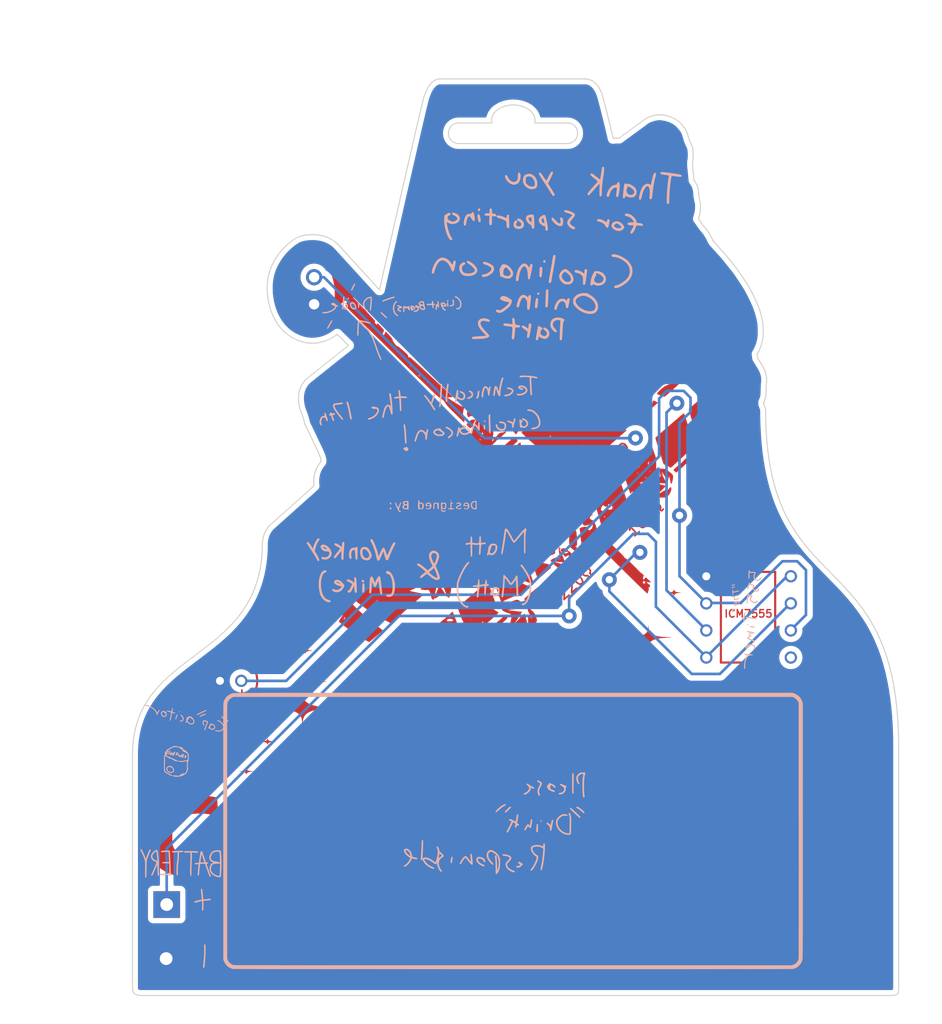
<source format=kicad_pcb>
(kicad_pcb (version 20211014) (generator pcbnew)
  (layers (0 "F.Cu" signal) (31 "B.Cu" signal) (34 "B.Paste" user) (35 "F.Paste" user) (36 "B.SilkS" user "B.Silkscreen") (37 "F.SilkS" user "F.Silkscreen") (38 "B.Mask" user) (39 "F.Mask" user) (44 "Edge.Cuts" user))
  (net 0 "")
  (net 1 "GND")
  (footprint "SamacSys_Parts:CAPPRD200W55D500H1250" (layer "F.Cu") (at 79.87 115.98)
    (fp_text reference "120uF")
    (fp_text value "CAPPRD200W55D500H1250" hide)
  )
  (footprint "Resistor_THT:R_Axial_DIN0204_L3.6mm_D1.6mm_P5.08mm_Horizontal" (layer "F.Cu") (at 118.878494 93.205361 40)
    (fp_text reference "220Ω")
    (fp_text value "R_Axial_DIN0204_L3.6mm_D1.6mm_P5.08mm_Horizontal")
  )
  (footprint "Resistor_THT:R_Axial_DIN0204_L3.6mm_D1.6mm_P5.08mm_Horizontal" (layer "F.Cu") (at 112.654824 109.889183 42)
    (fp_text reference "220Ω")
    (fp_text value "R_Axial_DIN0204_L3.6mm_D1.6mm_P5.08mm_Horizontal")
  )
  (footprint "satelite logo:satelite-badge" (layer "F.Cu") (at 106.68 106.68)
    (fp_text reference "Ref**" hide)
    (fp_text value "Val**" hide)
    (fp_line (start -0.0726 -44.60241) (end -0.4165 -44.46929) (layer "Edge.Cuts") (width 0.1))
    (fp_line (start -22.9001 -2.1458) (end -22.8572 -2.6309) (layer "Edge.Cuts") (width 0.1))
    (fp_line (start -17.8688 -32.5478) (end -17.6208 -32.5248) (layer "Edge.Cuts") (width 0.1))
    (fp_line (start 7.9606 -47.06741) (end 8.0954 -47.00503) (layer "Edge.Cuts") (width 0.1))
    (fp_line (start -34.2181 12.2446) (end -34.0613 11.9198) (layer "Edge.Cuts") (width 0.1))
    (fp_line (start -31.1594 8.4804) (end -30.6152 8.0356) (layer "Edge.Cuts") (width 0.1))
    (fp_line (start -35.0094 15.748) (end -34.9833 15.3005) (layer "Edge.Cuts") (width 0.1))
    (fp_line (start 30.6902 -0.6733) (end 31.2765 -0.075) (layer "Edge.Cuts") (width 0.1))
    (fp_line (start -34.8916 38.5727) (end -34.9435 38.5034) (layer "Edge.Cuts") (width 0.1))
    (fp_line (start -23.7792 1.1651) (end -23.6224 0.8014) (layer "Edge.Cuts") (width 0.1))
    (fp_line (start 24.0081 -20.4312) (end 24.1622 -20.1736) (layer "Edge.Cuts") (width 0.1))
    (fp_line (start 24.1824 -23.0548) (end 24.1396 -22.695) (layer "Edge.Cuts") (width 0.1))
    (fp_line (start 24.1574 -24.2569) (end 24.1894 -23.8222) (layer "Edge.Cuts") (width 0.1))
    (fp_line (start -19.2978 -32.3915) (end -18.9667 -32.4744) (layer "Edge.Cuts") (width 0.1))
    (fp_line (start 24.2962 -16.956) (end 24.2566 -16.8541) (layer "Edge.Cuts") (width 0.1))
    (fp_line (start 2.4312 -44.07907) (end 2.3119 -44.1925) (layer "Edge.Cuts") (width 0.1))
    (fp_line (start -18.6792 -22.4112) (end -19.0782 -22.4975) (layer "Edge.Cuts") (width 0.1))
    (fp_line (start 25.7627 -7.5006) (end 25.9585 -7.0191) (layer "Edge.Cuts") (width 0.1))
    (fp_line (start 8.2362 -46.92035) (end 8.3801 -46.81008) (layer "Edge.Cuts") (width 0.1))
    (fp_line (start 10.107 -41.58019) (end 10.2724 -41.60159) (layer "Edge.Cuts") (width 0.1))
    (fp_line (start 35.9565 7.595) (end 36.1159 8.1845) (layer "Edge.Cuts") (width 0.1))
    (fp_line (start -22.3597 -27.9142) (end -22.3209 -28.3154) (layer "Edge.Cuts") (width 0.1))
    (fp_line (start -18.1103 -32.5557) (end -17.8688 -32.5478) (layer "Edge.Cuts") (width 0.1))
    (fp_line (start -23.3462 0.0338) (end -23.228 -0.3712) (layer "Edge.Cuts") (width 0.1))
    (fp_line (start 19.5564 -31.8843) (end 20.1396 -31.236) (layer "Edge.Cuts") (width 0.1))
    (fp_line (start 18.2762 -35.6042) (end 18.3038 -35.4645) (layer "Edge.Cuts") (width 0.1))
    (fp_line (start 20.1396 -31.236) (end 20.6375 -30.6978) (layer "Edge.Cuts") (width 0.1))
    (fp_line (start 22.9032 -27.564) (end 23.1716 -27.0642) (layer "Edge.Cuts") (width 0.1))
    (fp_line (start -18.5714 -19.1139) (end -16.1784 -21.0218) (layer "Edge.Cuts") (width 0.1))
    (fp_line (start -26.6811 4.9458) (end -26.1548 4.4541) (layer "Edge.Cuts") (width 0.1))
    (fp_line (start 2.7661 -43.15491) (end 2.7741 -43.28202) (layer "Edge.Cuts") (width 0.1))
    (fp_line (start -21.0403 -23.7184) (end -21.3311 -24.0799) (layer "Edge.Cuts") (width 0.1))
    (fp_line (start 17.8506 -37.4269) (end 17.9698 -37.2029) (layer "Edge.Cuts") (width 0.1))
    (fp_line (start -9.8685 -36.0077) (end -8.4596 -42.13937) (layer "Edge.Cuts") (width 0.1))
    (fp_line (start -19.42 -16.865) (end -19.4345 -17.0814) (layer "Edge.Cuts") (width 0.1))
    (fp_line (start 23.9092 -21.905) (end 23.7702 -21.6057) (layer "Edge.Cuts") (width 0.1))
    (fp_line (start 36.2626 8.8008) (end 36.3961 9.4452) (layer "Edge.Cuts") (width 0.1))
    (fp_line (start 6.0105 -41.11546) (end 6.1902 -41.171) (layer "Edge.Cuts") (width 0.1))
    (fp_line (start -19.9958 -32.0191) (end -19.6206 -32.2524) (layer "Edge.Cuts") (width 0.1))
    (fp_line (start 18.2873 -34.7699) (end 18.2464 -34.5599) (layer "Edge.Cuts") (width 0.1))
    (fp_line (start -18.2982 -22.3723) (end -18.6792 -22.4112) (layer "Edge.Cuts") (width 0.1))
    (fp_line (start -17.9279 -10.0966) (end -17.8775 -10.2825) (layer "Edge.Cuts") (width 0.1))
    (fp_line (start -22.3545 -27.0627) (end -22.3714 -27.495) (layer "Edge.Cuts") (width 0.1))
    (fp_line (start 18.3038 -35.4645) (end 18.3072 -35.204) (layer "Edge.Cuts") (width 0.1))
    (fp_line (start -22.2301 -26.1785) (end -22.3078 -26.6223) (layer "Edge.Cuts") (width 0.1))
    (fp_line (start 7.6203 -47.15373) (end 7.8346 -47.1108) (layer "Edge.Cuts") (width 0.1))
    (fp_line (start -5.3404 -42.26593) (end -5.3598 -42.07279) (layer "Edge.Cuts") (width 0.1))
    (fp_line (start -20.819 -31.2988) (end -20.4023 -31.6989) (layer "Edge.Cuts") (width 0.1))
    (fp_line (start -1.267 -43.56999) (end -1.2976 -43.42809) (layer "Edge.Cuts") (width 0.1))
    (fp_line (start -4.939 -42.86597) (end -5.0804 -42.74941) (layer "Edge.Cuts") (width 0.1))
    (fp_line (start -21.5832 -24.4673) (end -21.7978 -24.8758) (layer "Edge.Cuts") (width 0.1))
    (fp_line (start 34.0442 3.302) (end 34.2922 3.7031) (layer "Edge.Cuts") (width 0.1))
    (fp_line (start -19.4172 -17.5391) (end -19.3797 -17.7749) (layer "Edge.Cuts") (width 0.1))
    (fp_line (start -7.0418 -46.68635) (end -6.8546 -46.87497) (layer "Edge.Cuts") (width 0.1))
    (fp_line (start -19.0436 -15.5356) (end -19.1874 -15.914) (layer "Edge.Cuts") (width 0.1))
    (fp_line (start 36.2966 38.8068) (end 35.9945 38.8087) (layer "Edge.Cuts") (width 0.1))
    (fp_line (start 6.7734 -42.07279) (end 6.754 -42.26593) (layer "Edge.Cuts") (width 0.1))
    (fp_line (start 17.5653 -39.3623) (end 17.5582 -39.2746) (layer "Edge.Cuts") (width 0.1))
    (fp_line (start -17.6059 -12.2084) (end -18.3668 -13.8095) (layer "Edge.Cuts") (width 0.1))
    (fp_line (start 24.4285 -15.286) (end 24.4554 -14.4698) (layer "Edge.Cuts") (width 0.1))
    (fp_line (start 0.7165 -44.71863) (end 0.3228 -44.6895) (layer "Edge.Cuts") (width 0.1))
    (fp_line (start -21.5988 -30.2882) (end -21.4172 -30.5649) (layer "Edge.Cuts") (width 0.1))
    (fp_line (start 24.4996 -13.6879) (end 24.5604 -12.9393) (layer "Edge.Cuts") (width 0.1))
    (fp_line (start -19.3191 -18.0117) (end -19.2327 -18.2467) (layer "Edge.Cuts") (width 0.1))
    (fp_line (start 8.9307 -46.04728) (end 9.048 -45.75968) (layer "Edge.Cuts") (width 0.1))
    (fp_line (start -21.7672 -29.9968) (end -21.5988 -30.2882) (layer "Edge.Cuts") (width 0.1))
    (fp_line (start -34.7168 13.6634) (end -34.6125 13.2897) (layer "Edge.Cuts") (width 0.1))
    (fp_line (start -35.0092 38.3266) (end -35.0183 38.2172) (layer "Edge.Cuts") (width 0.1))
    (fp_line (start -34.3343 38.804) (end -34.4642 38.786) (layer "Edge.Cuts") (width 0.1))
    (fp_line (start 18.1096 -34.0511) (end 18.3679 -33.6889) (layer "Edge.Cuts") (width 0.1))
    (fp_line (start 35.9945 38.8087) (end -34.2077 38.8087) (layer "Edge.Cuts") (width 0.1))
    (fp_line (start -5.3404 -41.85898) (end -5.2849 -41.6793) (layer "Edge.Cuts") (width 0.1))
    (fp_line (start 36.9003 38.3276) (end 36.8653 38.532) (layer "Edge.Cuts") (width 0.1))
    (fp_line (start 19.1745 -32.5894) (end 19.3043 -32.3701) (layer "Edge.Cuts") (width 0.1))
    (fp_line (start -22.831 -3.1336) (end -22.8222 -3.6546) (layer "Edge.Cuts") (width 0.1))
    (fp_line (start -32.6668 9.9185) (end -32.1896 9.4174) (layer "Edge.Cuts") (width 0.1))
    (fp_line (start 17.597 -40.50178) (end 17.6234 -40.21) (layer "Edge.Cuts") (width 0.1))
    (fp_line (start -16.4947 -22.7649) (end -16.7286 -22.6576) (layer "Edge.Cuts") (width 0.1))
    (fp_line (start -19.1175 -18.4771) (end -18.9708 -18.7003) (layer "Edge.Cuts") (width 0.1))
    (fp_line (start -22.6362 -4.5138) (end -22.5018 -4.7971) (layer "Edge.Cuts") (width 0.1))
    (fp_line (start 24.5174 -19.0789) (end 24.5185 -18.8609) (layer "Edge.Cuts") (width 0.1))
    (fp_line (start -15.6749 -31.5823) (end -11.8314 -27.3802) (layer "Edge.Cuts") (width 0.1))
    (fp_line (start 24.2745 -19.9602) (end 24.3665 -19.761) (layer "Edge.Cuts") (width 0.1))
    (fp_line (start 24.4194 -16.1377) (end 24.4285 -15.286) (layer "Edge.Cuts") (width 0.1))
    (fp_line (start 2.7741 -43.28202) (end 2.7641 -43.42401) (layer "Edge.Cuts") (width 0.1))
    (fp_line (start 24.3574 -16.3574) (end 24.4194 -16.1377) (layer "Edge.Cuts") (width 0.1))
    (fp_line (start 21.8116 -29.2364) (end 22.2368 -28.6085) (layer "Edge.Cuts") (width 0.1))
    (fp_line (start -14.737 -22.1574) (end -15.8052 -23.2099) (layer "Edge.Cuts") (width 0.1))
    (fp_line (start -25.6509 3.9364) (end -25.1737 3.3882) (layer "Edge.Cuts") (width 0.1))
    (fp_line (start 25.0943 -9.6526) (end 25.2431 -9.0784) (layer "Edge.Cuts") (width 0.1))
    (fp_line (start 15.7483 -43.48915) (end 16.0027 -43.35124) (layer "Edge.Cuts") (width 0.1))
    (fp_line (start 18.7477 -33.1811) (end 18.9673 -32.9158) (layer "Edge.Cuts") (width 0.1))
    (fp_line (start 17.6234 -40.21) (end 17.623 -39.8196) (layer "Edge.Cuts") (width 0.1))
    (fp_line (start 18.134 -36.492) (end 18.1529 -36.2603) (layer "Edge.Cuts") (width 0.1))
    (fp_line (start -34.9435 38.5034) (end -34.9835 38.4217) (layer "Edge.Cuts") (width 0.1))
    (fp_line (start 10.6661 -41.60465) (end 13.2301 -43.48113) (layer "Edge.Cuts") (width 0.1))
    (fp_line (start -34.4642 38.786) (end -34.613 38.7468) (layer "Edge.Cuts") (width 0.1))
    (fp_line (start -34.613 38.7468) (end -34.7618 38.6784) (layer "Edge.Cuts") (width 0.1))
    (fp_line (start 24.8371 -10.8807) (end 24.9588 -10.253) (layer "Edge.Cuts") (width 0.1))
    (fp_line (start -7.391 -46.14204) (end -7.2212 -46.44342) (layer "Edge.Cuts") (width 0.1))
    (fp_line (start 23.7118 -25.8937) (end 23.8766 -25.4417) (layer "Edge.Cuts") (width 0.1))
    (fp_line (start 24.9588 -10.253) (end 25.0943 -9.6526) (layer "Edge.Cuts") (width 0.1))
    (fp_line (start 17.1418 -41.81049) (end 17.2262 -41.50793) (layer "Edge.Cuts") (width 0.1))
    (fp_line (start -22.1666 -29.0445) (end -22.0538 -29.3741) (layer "Edge.Cuts") (width 0.1))
    (fp_line (start 14.727 -43.77814) (end 14.9677 -43.74006) (layer "Edge.Cuts") (width 0.1))
    (fp_line (start -17.282 -22.4737) (end -17.5978 -22.4101) (layer "Edge.Cuts") (width 0.1))
    (fp_line (start 18.9673 -32.9158) (end 19.1745 -32.5894) (layer "Edge.Cuts") (width 0.1))
    (fp_line (start 6.3526 -41.25895) (end 6.494 -41.3755) (layer "Edge.Cuts") (width 0.1))
    (fp_line (start 27.3299 -4.514) (end 27.8481 -3.7969) (layer "Edge.Cuts") (width 0.1))
    (fp_line (start 5.8173 -43.02881) (end 2.7421 -43.02881) (layer "Edge.Cuts") (width 0.1))
    (fp_line (start -18.0057 -9.4474) (end -17.9875 -9.7487) (layer "Edge.Cuts") (width 0.1))
    (fp_line (start 23.6734 -20.9749) (end 24.0081 -20.4312) (layer "Edge.Cuts") (width 0.1))
    (fp_line (start 14.2972 -43.79285) (end 14.5087 -43.79779) (layer "Edge.Cuts") (width 0.1))
    (fp_line (start -22.9591 -1.6779) (end -22.9001 -2.1458) (layer "Edge.Cuts") (width 0.1))
    (fp_line (start -19.6206 -32.2524) (end -19.4513 -32.3342) (layer "Edge.Cuts") (width 0.1))
    (fp_line (start 2.7421 -43.02881) (end 2.7661 -43.15491) (layer "Edge.Cuts") (width 0.1))
    (fp_line (start -17.9875 -9.7487) (end -17.9279 -10.0966) (layer "Edge.Cuts") (width 0.1))
    (fp_line (start -11.8314 -27.3802) (end -9.8685 -36.0077) (layer "Edge.Cuts") (width 0.1))
    (fp_line (start -30.6152 8.0356) (end -30.0577 7.6006) (layer "Edge.Cuts") (width 0.1))
    (fp_line (start 24.1929 -23.4169) (end 24.1824 -23.0548) (layer "Edge.Cuts") (width 0.1))
    (fp_line (start -26.1548 4.4541) (end -25.6509 3.9364) (layer "Edge.Cuts") (width 0.1))
    (fp_line (start -7.6945 -45.34731) (end -7.5494 -45.77805) (layer "Edge.Cuts") (width 0.1))
    (fp_line (start -0.716 -44.29378) (end -0.8466 -44.19191) (layer "Edge.Cuts") (width 0.1))
    (fp_line (start -21.9764 -25.3003) (end -22.12 -25.7362) (layer "Edge.Cuts") (width 0.1))
    (fp_line (start -31.6856 8.9395) (end -31.1594 8.4804) (layer "Edge.Cuts") (width 0.1))
    (fp_line (start 18.3072 -35.204) (end 18.3029 -34.9761) (layer "Edge.Cuts") (width 0.1))
    (fp_line (start 17.5582 -39.2746) (end 17.5609 -39.0597) (layer "Edge.Cuts") (width 0.1))
    (fp_line (start -20.4023 -31.6989) (end -19.9958 -32.0191) (layer "Edge.Cuts") (width 0.1))
    (fp_line (start 20.6375 -30.6978) (end 21.8116 -29.2364) (layer "Edge.Cuts") (width 0.1))
    (fp_line (start 36.6207 10.8225) (end 36.7108 11.5579) (layer "Edge.Cuts") (width 0.1))
    (fp_line (start -17.3277 -11.4119) (end -17.3518 -11.5352) (layer "Edge.Cuts") (width 0.1))
    (fp_line (start -5.2849 -42.44561) (end -5.3404 -42.26593) (layer "Edge.Cuts") (width 0.1))
    (fp_line (start -28.9202 6.7421) (end -27.7828 5.869) (layer "Edge.Cuts") (width 0.1))
    (fp_line (start 2.3119 -44.1925) (end 2.1763 -44.29787) (layer "Edge.Cuts") (width 0.1))
    (fp_line (start -35.0183 38.2172) (end -35.0183 16.212) (layer "Edge.Cuts") (width 0.1))
    (fp_line (start -19.923 -22.8379) (end -20.3375 -23.0925) (layer "Edge.Cuts") (width 0.1))
    (fp_line (start 24.2826 -16.5593) (end 24.3574 -16.3574) (layer "Edge.Cuts") (width 0.1))
    (fp_line (start -7.6945 -45.34731) (end -7.6945 -45.34731) (layer "Edge.Cuts") (width 0.1))
    (fp_line (start -30.0577 7.6006) (end -28.9202 6.7421) (layer "Edge.Cuts") (width 0.1))
    (fp_line (start -23.4779 0.4245) (end -23.3462 0.0338) (layer "Edge.Cuts") (width 0.1))
    (fp_line (start 24.5185 -18.8609) (end 24.505 -18.6634) (layer "Edge.Cuts") (width 0.1))
    (fp_line (start 36.8436 13.128) (end 36.8851 13.965) (layer "Edge.Cuts") (width 0.1))
    (fp_line (start 5.8173 -41.09611) (end 6.0105 -41.11546) (layer "Edge.Cuts") (width 0.1))
    (fp_line (start 19.3043 -32.3701) (end 19.3877 -32.1822) (layer "Edge.Cuts") (width 0.1))
    (fp_line (start 36.7853 12.326) (end 36.8436 13.128) (layer "Edge.Cuts") (width 0.1))
    (fp_line (start 24.3829 -17.1646) (end 24.2962 -16.956) (layer "Edge.Cuts") (width 0.1))
    (fp_line (start 24.2454 -16.7549) (end 24.2561 -16.6571) (layer "Edge.Cuts") (width 0.1))
    (fp_line (start 17.0066 -42.21454) (end 17.0421 -42.11304) (layer "Edge.Cuts") (width 0.1))
    (fp_line (start 1.514 -44.60929) (end 1.133 -44.69078) (layer "Edge.Cuts") (width 0.1))
    (fp_line (start -32.1896 9.4174) (end -31.6856 8.9395) (layer "Edge.Cuts") (width 0.1))
    (fp_line (start 25.5778 -8.0036) (end 25.7627 -7.5006) (layer "Edge.Cuts") (width 0.1))
    (fp_line (start -19.4345 -17.0814) (end -19.4345 -17.307) (layer "Edge.Cuts") (width 0.1))
    (fp_line (start -21.3311 -24.0799) (end -21.5832 -24.4673) (layer "Edge.Cuts") (width 0.1))
    (fp_line (start 2.6859 -43.69984) (end 2.6187 -43.8318) (layer "Edge.Cuts") (width 0.1))
    (fp_line (start -4.5969 -43.00945) (end -4.7766 -42.95391) (layer "Edge.Cuts") (width 0.1))
    (fp_line (start 0.3228 -44.6895) (end -0.0726 -44.60241) (layer "Edge.Cuts") (width 0.1))
    (fp_line (start 36.8363 38.6078) (end 36.798 38.6683) (layer "Edge.Cuts") (width 0.1))
    (fp_line (start -19.0782 -22.4975) (end -19.4934 -22.6375) (layer "Edge.Cuts") (width 0.1))
    (fp_line (start 24.5604 -12.9393) (end 24.6373 -12.2227) (layer "Edge.Cuts") (width 0.1))
    (fp_line (start -35.0183 16.212) (end -35.0094 15.748) (layer "Edge.Cuts") (width 0.1))
    (fp_line (start -19.1874 -15.914) (end -19.2737 -16.1465) (layer "Edge.Cuts") (width 0.1))
    (fp_line (start 23.8766 -25.4417) (end 23.9826 -25.0727) (layer "Edge.Cuts") (width 0.1))
    (fp_line (start -17.8775 -10.2825) (end -17.8108 -10.4734) (layer "Edge.Cuts") (width 0.1))
    (fp_line (start 27.8481 -3.7969) (end 28.3892 -3.1232) (layer "Edge.Cuts") (width 0.1))
    (fp_line (start 24.2566 -16.8541) (end 24.2454 -16.7549) (layer "Edge.Cuts") (width 0.1))
    (fp_line (start 14.9677 -43.74006) (end 15.2232 -43.68094) (layer "Edge.Cuts") (width 0.1))
    (fp_line (start -17.4918 -11.0541) (end -17.3392 -11.2429) (layer "Edge.Cuts") (width 0.1))
    (fp_line (start 18.2464 -34.5599) (end 18.1868 -34.3237) (layer "Edge.Cuts") (width 0.1))
    (fp_line (start -1.1493 -43.83842) (end -1.2172 -43.70701) (layer "Edge.Cuts") (width 0.1))
    (fp_line (start -27.7828 5.869) (end -27.2252 5.4159) (layer "Edge.Cuts") (width 0.1))
    (fp_line (start 25.2431 -9.0784) (end 25.4044 -8.5291) (layer "Edge.Cuts") (width 0.1))
    (fp_line (start -22.2561 -28.6938) (end -22.1666 -29.0445) (layer "Edge.Cuts") (width 0.1))
    (fp_line (start 36.1159 8.1845) (end 36.2626 8.8008) (layer "Edge.Cuts") (width 0.1))
    (fp_line (start 32.9883 1.8364) (end 33.5279 2.5438) (layer "Edge.Cuts") (width 0.1))
    (fp_line (start -17.9371 -22.3741) (end -18.2982 -22.3723) (layer "Edge.Cuts") (width 0.1))
    (fp_line (start -18.5649 -32.534) (end -18.1103 -32.5557) (layer "Edge.Cuts") (width 0.1))
    (fp_line (start 6.7734 -42.05212) (end 6.7734 -42.07279) (layer "Edge.Cuts") (width 0.1))
    (fp_line (start 8.6661 -46.49961) (end 8.8025 -46.29282) (layer "Edge.Cuts") (width 0.1))
    (fp_line (start -24.1274 1.8552) (end -23.9477 1.5162) (layer "Edge.Cuts") (width 0.1))
    (fp_line (start 2.1763 -44.29787) (end 2.0265 -44.3933) (layer "Edge.Cuts") (width 0.1))
    (fp_line (start -18.9708 -18.7003) (end -18.7897 -18.9135) (layer "Edge.Cuts") (width 0.1))
    (fp_line (start -34.8066 14.0508) (end -34.7168 13.6634) (layer "Edge.Cuts") (width 0.1))
    (fp_line (start -18.7897 -18.9135) (end -18.5714 -19.1139) (layer "Edge.Cuts") (width 0.1))
    (fp_line (start -22.3145 -5.0807) (end -22.1982 -5.2177) (layer "Edge.Cuts") (width 0.1))
    (fp_line (start 23.7702 -21.6057) (end 23.6193 -21.347) (layer "Edge.Cuts") (width 0.1))
    (fp_line (start -17.9737 -8.9993) (end -17.9987 -9.2102) (layer "Edge.Cuts") (width 0.1))
    (fp_line (start -16.1784 -21.0218) (end -14.737 -22.1574) (layer "Edge.Cuts") (width 0.1))
    (fp_line (start -7.5494 -45.77805) (end -7.391 -46.14204) (layer "Edge.Cuts") (width 0.1))
    (fp_line (start 31.8581 0.5364) (end 32.4302 1.1704) (layer "Edge.Cuts") (width 0.1))
    (fp_line (start 8.5243 -46.67093) (end 8.6661 -46.49961) (layer "Edge.Cuts") (width 0.1))
    (fp_line (start -0.963 -44.08158) (end -1.0642 -43.96351) (layer "Edge.Cuts") (width 0.1))
    (fp_line (start 6.6105 -42.60803) (end 6.494 -42.74941) (layer "Edge.Cuts") (width 0.1))
    (fp_line (start 29.5216 -1.8681) (end 30.6902 -0.6733) (layer "Edge.Cuts") (width 0.1))
    (fp_line (start 8.0954 -47.00503) (end 8.2362 -46.92035) (layer "Edge.Cuts") (width 0.1))
    (fp_line (start 2.7345 -43.5636) (end 2.6859 -43.69984) (layer "Edge.Cuts") (width 0.1))
    (fp_line (start -4.7766 -41.171) (end -4.5969 -41.11546) (layer "Edge.Cuts") (width 0.1))
    (fp_line (start 24.4868 -19.3076) (end 24.5174 -19.0789) (layer "Edge.Cuts") (width 0.1))
    (fp_line (start 6.754 -41.85898) (end 6.7734 -42.05212) (layer "Edge.Cuts") (width 0.1))
    (fp_line (start 24.4554 -14.4698) (end 24.4996 -13.6879) (layer "Edge.Cuts") (width 0.1))
    (fp_line (start -16.1236 -31.9701) (end -15.8935 -31.791) (layer "Edge.Cuts") (width 0.1))
    (fp_line (start 17.5609 -39.0597) (end 17.7008 -37.6556) (layer "Edge.Cuts") (width 0.1))
    (fp_line (start -33.8928 11.6059) (end -33.5228 11.0083) (layer "Edge.Cuts") (width 0.1))
    (fp_line (start -7.2212 -46.44342) (end -7.0418 -46.68635) (layer "Edge.Cuts") (width 0.1))
    (fp_line (start -21.2249 -30.8262) (end -21.0246 -31.0712) (layer "Edge.Cuts") (width 0.1))
    (fp_line (start 23.1716 -27.0642) (end 23.4589 -26.471) (layer "Edge.Cuts") (width 0.1))
    (fp_line (start 16.4574 -42.97833) (end 16.7691 -42.61045) (layer "Edge.Cuts") (width 0.1))
    (fp_line (start 36.9093 14.8383) (end 36.9156 15.749) (layer "Edge.Cuts") (width 0.1))
    (fp_line (start 6.3526 -42.86597) (end 6.1902 -42.95391) (layer "Edge.Cuts") (width 0.1))
    (fp_line (start 18.1049 -36.7181) (end 18.134 -36.492) (layer "Edge.Cuts") (width 0.1))
    (fp_line (start 23.4589 -26.471) (end 23.7118 -25.8937) (layer "Edge.Cuts") (width 0.1))
    (fp_line (start -1.3 -43.15491) (end -1.2758 -43.02881) (layer "Edge.Cuts") (width 0.1))
    (fp_line (start -4.5969 -41.11546) (end -4.4037 -41.09611) (layer "Edge.Cuts") (width 0.1))
    (fp_line (start 24.4285 -17.3534) (end 24.3829 -17.1646) (layer "Edge.Cuts") (width 0.1))
    (fp_line (start 35.6017 6.4917) (end 35.7849 7.0311) (layer "Edge.Cuts") (width 0.1))
    (fp_line (start 16.9339 -42.3681) (end 17.0066 -42.21454) (layer "Edge.Cuts") (width 0.1))
    (fp_line (start 35.4076 5.9755) (end 35.6017 6.4917) (layer "Edge.Cuts") (width 0.1))
    (fp_line (start -19.4513 -32.3342) (end -19.2978 -32.3915) (layer "Edge.Cuts") (width 0.1))
    (fp_line (start -22.0538 -29.3741) (end -21.9198 -29.6919) (layer "Edge.Cuts") (width 0.1))
    (fp_line (start -16.8608 -32.3478) (end -16.6095 -32.2467) (layer "Edge.Cuts") (width 0.1))
    (fp_line (start -19.3797 -17.7749) (end -19.3191 -18.0117) (layer "Edge.Cuts") (width 0.1))
    (fp_line (start 24.1396 -22.695) (end 24.0461 -22.2963) (layer "Edge.Cuts") (width 0.1))
    (fp_line (start 24.3665 -19.761) (end 24.4357 -19.5285) (layer "Edge.Cuts") (width 0.1))
    (fp_line (start 13.3532 -43.53485) (end 13.6649 -43.65078) (layer "Edge.Cuts") (width 0.1))
    (fp_line (start -18.3668 -13.8095) (end -18.838 -14.783) (layer "Edge.Cuts") (width 0.1))
    (fp_line (start 17.9698 -37.2029) (end 18.0578 -36.961) (layer "Edge.Cuts") (width 0.1))
    (fp_line (start 35.7849 7.0311) (end 35.9565 7.595) (layer "Edge.Cuts") (width 0.1))
    (fp_line (start -5.3598 -42.07279) (end -5.3598 -42.05212) (layer "Edge.Cuts") (width 0.1))
    (fp_line (start -24.7278 2.8051) (end -24.3177 2.1826) (layer "Edge.Cuts") (width 0.1))
    (fp_line (start 9.048 -45.75968) (end 9.1514 -45.42673) (layer "Edge.Cuts") (width 0.1))
    (fp_line (start -19.2327 -18.2467) (end -19.1175 -18.4771) (layer "Edge.Cuts") (width 0.1))
    (fp_line (start -0.0726 -44.60241) (end -0.0726 -44.60241) (layer "Edge.Cuts") (width 0.1))
    (fp_line (start 16.0027 -43.35124) (end 16.2416 -43.18184) (layer "Edge.Cuts") (width 0.1))
    (fp_line (start -27.2252 5.4159) (end -26.6811 4.9458) (layer "Edge.Cuts") (width 0.1))
    (fp_line (start 36.6878 38.7504) (end 36.5242 38.792) (layer "Edge.Cuts") (width 0.1))
    (fp_line (start -22.3209 -28.3154) (end -22.2561 -28.6938) (layer "Edge.Cuts") (width 0.1))
    (fp_line (start 15.4859 -43.59818) (end 15.7483 -43.48915) (layer "Edge.Cuts") (width 0.1))
    (fp_line (start 36.8653 38.532) (end 36.8363 38.6078) (layer "Edge.Cuts") (width 0.1))
    (fp_line (start -17.8108 -10.4734) (end -17.7256 -10.6671) (layer "Edge.Cuts") (width 0.1))
    (fp_line (start -1.0642 -43.96351) (end -1.1493 -43.83842) (layer "Edge.Cuts") (width 0.1))
    (fp_line (start -15.8867 -23.143) (end -16.1214 -22.9772) (layer "Edge.Cuts") (width 0.1))
    (fp_line (start -7.6945 -45.34731) (end -7.6945 -45.34731) (layer "Edge.Cuts") (width 0.1))
    (fp_line (start 22.2368 -28.6085) (end 22.5969 -28.0596) (layer "Edge.Cuts") (width 0.1))
    (fp_line (start -17.9987 -9.2102) (end -18.0057 -9.4474) (layer "Edge.Cuts") (width 0.1))
    (fp_line (start -1.2172 -43.70701) (end -1.267 -43.56999) (layer "Edge.Cuts") (width 0.1))
    (fp_line (start -34.8813 14.4524) (end -34.8066 14.0508) (layer "Edge.Cuts") (width 0.1))
    (fp_line (start -6.2649 -47.15646) (end 7.4217 -47.15646) (layer "Edge.Cuts") (width 0.1))
    (fp_line (start 36.5242 38.792) (end 36.2966 38.8068) (layer "Edge.Cuts") (width 0.1))
    (fp_line (start -21.0246 -31.0712) (end -20.819 -31.2988) (layer "Edge.Cuts") (width 0.1))
    (fp_line (start 8.3801 -46.81008) (end 8.5243 -46.67093) (layer "Edge.Cuts") (width 0.1))
    (fp_line (start 36.7489 38.7153) (end 36.6878 38.7504) (layer "Edge.Cuts") (width 0.1))
    (fp_line (start -34.9833 15.3005) (end -34.9404 14.8688) (layer "Edge.Cuts") (width 0.1))
    (fp_line (start -18.9667 -32.4744) (end -18.5649 -32.534) (layer "Edge.Cuts") (width 0.1))
    (fp_line (start -19.4934 -22.6375) (end -19.923 -22.8379) (layer "Edge.Cuts") (width 0.1))
    (fp_line (start 24.0461 -22.2963) (end 23.9092 -21.905) (layer "Edge.Cuts") (width 0.1))
    (fp_line (start -0.4165 -44.46929) (end -0.716 -44.29378) (layer "Edge.Cuts") (width 0.1))
    (fp_line (start -5.3598 -42.05212) (end -5.3404 -41.85898) (layer "Edge.Cuts") (width 0.1))
    (fp_line (start -21.7978 -24.8758) (end -21.9764 -25.3003) (layer "Edge.Cuts") (width 0.1))
    (fp_line (start 36.3961 9.4452) (end 36.5156 10.1187) (layer "Edge.Cuts") (width 0.1))
    (fp_line (start 9.8204 -42.79003) (end 10.107 -41.58019) (layer "Edge.Cuts") (width 0.1))
    (fp_line (start -19.4345 -17.307) (end -19.4172 -17.5391) (layer "Edge.Cuts") (width 0.1))
    (fp_line (start 24.2561 -16.6571) (end 24.2826 -16.5593) (layer "Edge.Cuts") (width 0.1))
    (fp_line (start 17.2262 -41.50793) (end 17.2896 -41.34263) (layer "Edge.Cuts") (width 0.1))
    (fp_line (start -20.3375 -23.0925) (end -20.7095 -23.3876) (layer "Edge.Cuts") (width 0.1))
    (fp_line (start -5.0804 -42.74941) (end -5.1969 -42.60803) (layer "Edge.Cuts") (width 0.1))
    (fp_line (start -22.8572 -2.6309) (end -22.831 -3.1336) (layer "Edge.Cuts") (width 0.1))
    (fp_line (start 10.2724 -41.60159) (end 10.4503 -41.61114) (layer "Edge.Cuts") (width 0.1))
    (fp_line (start 17.6032 -39.5973) (end 17.5653 -39.3623) (layer "Edge.Cuts") (width 0.1))
    (fp_line (start -19.3588 -16.4709) (end -19.42 -16.865) (layer "Edge.Cuts") (width 0.1))
    (fp_line (start 24.1622 -20.1736) (end 24.2745 -19.9602) (layer "Edge.Cuts") (width 0.1))
    (fp_line (start -18.838 -14.783) (end -18.9334 -15.1692) (layer "Edge.Cuts") (width 0.1))
    (fp_line (start 32.4302 1.1704) (end 32.9883 1.8364) (layer "Edge.Cuts") (width 0.1))
    (fp_line (start 6.1902 -41.171) (end 6.3526 -41.25895) (layer "Edge.Cuts") (width 0.1))
    (fp_line (start 34.5326 4.1204) (end 34.765 4.5551) (layer "Edge.Cuts") (width 0.1))
    (fp_line (start -17.5978 -22.4101) (end -17.9371 -22.3741) (layer "Edge.Cuts") (width 0.1))
    (fp_line (start -19.2737 -16.1465) (end -19.3588 -16.4709) (layer "Edge.Cuts") (width 0.1))
    (fp_line (start -17.4835 -11.9267) (end -17.6059 -12.2084) (layer "Edge.Cuts") (width 0.1))
    (fp_line (start -34.3626 12.5808) (end -34.2181 12.2446) (layer "Edge.Cuts") (width 0.1))
    (fp_line (start 28.3892 -3.1232) (end 28.9486 -2.4834) (layer "Edge.Cuts") (width 0.1))
    (fp_line (start 25.4044 -8.5291) (end 25.5778 -8.0036) (layer "Edge.Cuts") (width 0.1))
    (fp_line (start -4.939 -41.25895) (end -4.7766 -41.171) (layer "Edge.Cuts") (width 0.1))
    (fp_line (start -6.8546 -46.87497) (end -6.6616 -47.01343) (layer "Edge.Cuts") (width 0.1))
    (fp_line (start 24.4802 -18.465) (end 24.4492 -17.5431) (layer "Edge.Cuts") (width 0.1))
    (fp_line (start 36.7108 11.5579) (end 36.7853 12.326) (layer "Edge.Cuts") (width 0.1))
    (fp_line (start 10.4503 -41.61114) (end 10.6661 -41.60465) (layer "Edge.Cuts") (width 0.1))
    (fp_line (start 24.1894 -23.8222) (end 24.1929 -23.4169) (layer "Edge.Cuts") (width 0.1))
    (fp_line (start -17.1146 -32.4267) (end -16.8608 -32.3478) (layer "Edge.Cuts") (width 0.1))
    (fp_line (start 6.6985 -41.6793) (end 6.754 -41.85898) (layer "Edge.Cuts") (width 0.1))
    (fp_line (start -22.8222 -3.6546) (end -22.81 -3.8237) (layer "Edge.Cuts") (width 0.1))
    (fp_line (start -5.2849 -41.6793) (end -5.1969 -41.51688) (layer "Edge.Cuts") (width 0.1))
    (fp_line (start -34.9404 14.8688) (end -34.8813 14.4524) (layer "Edge.Cuts") (width 0.1))
    (fp_line (start 2.6187 -43.8318) (end 2.5337 -43.95852) (layer "Edge.Cuts") (width 0.1))
    (fp_line (start 2.5337 -43.95852) (end 2.4312 -44.07907) (layer "Edge.Cuts") (width 0.1))
    (fp_line (start -6.6616 -47.01343) (end -6.4644 -47.10588) (layer "Edge.Cuts") (width 0.1))
    (fp_line (start -34.0613 11.9198) (end -33.8928 11.6059) (layer "Edge.Cuts") (width 0.1))
    (fp_line (start 18.3029 -34.9761) (end 18.2873 -34.7699) (layer "Edge.Cuts") (width 0.1))
    (fp_line (start 13.8644 -43.71087) (end 14.0788 -43.76105) (layer "Edge.Cuts") (width 0.1))
    (fp_line (start -17.3687 -32.4851) (end -17.1146 -32.4267) (layer "Edge.Cuts") (width 0.1))
    (fp_line (start 2.0265 -44.3933) (end 1.8654 -44.47728) (layer "Edge.Cuts") (width 0.1))
    (fp_line (start 14.5087 -43.79779) (end 14.727 -43.77814) (layer "Edge.Cuts") (width 0.1))
    (fp_line (start -17.7256 -10.6671) (end -17.6199 -10.8614) (layer "Edge.Cuts") (width 0.1))
    (fp_line (start 13.2301 -43.48113) (end 13.3532 -43.53485) (layer "Edge.Cuts") (width 0.1))
    (fp_line (start -15.8935 -31.791) (end -15.6749 -31.5823) (layer "Edge.Cuts") (width 0.1))
    (fp_line (start 17.5741 -40.66311) (end 17.597 -40.50178) (layer "Edge.Cuts") (width 0.1))
    (fp_line (start -4.4037 -43.02881) (end -4.5969 -43.00945) (layer "Edge.Cuts") (width 0.1))
    (fp_line (start 6.754 -42.26593) (end 6.6985 -42.44561) (layer "Edge.Cuts") (width 0.1))
    (fp_line (start 16.2416 -43.18184) (end 16.4574 -42.97833) (layer "Edge.Cuts") (width 0.1))
    (fp_line (start -4.7766 -42.95391) (end -4.939 -42.86597) (layer "Edge.Cuts") (width 0.1))
    (fp_line (start -21.9198 -29.6919) (end -21.7672 -29.9968) (layer "Edge.Cuts") (width 0.1))
    (fp_line (start 23.9826 -25.0727) (end 24.0823 -24.6758) (layer "Edge.Cuts") (width 0.1))
    (fp_line (start 6.6105 -41.51688) (end 6.6985 -41.6793) (layer "Edge.Cuts") (width 0.1))
    (fp_line (start 26.1646 -6.5578) (end 26.3804 -6.1156) (layer "Edge.Cuts") (width 0.1))
    (fp_line (start 18.1868 -34.3237) (end 18.1096 -34.0511) (layer "Edge.Cuts") (width 0.1))
    (fp_line (start 24.4357 -19.5285) (end 24.4868 -19.3076) (layer "Edge.Cuts") (width 0.1))
    (fp_line (start -34.6125 13.2897) (end -34.4942 12.929) (layer "Edge.Cuts") (width 0.1))
    (fp_line (start 24.6373 -12.2227) (end 24.7297 -11.5368) (layer "Edge.Cuts") (width 0.1))
    (fp_line (start 18.2191 -35.8262) (end 18.2762 -35.6042) (layer "Edge.Cuts") (width 0.1))
    (fp_line (start 36.9136 38.0415) (end 36.9003 38.3276) (layer "Edge.Cuts") (width 0.1))
    (fp_line (start 22.5969 -28.0596) (end 22.9032 -27.564) (layer "Edge.Cuts") (width 0.1))
    (fp_line (start 19.3877 -32.1822) (end 19.4691 -32.0221) (layer "Edge.Cuts") (width 0.1))
    (fp_line (start 23.6193 -21.347) (end 23.6734 -20.9749) (layer "Edge.Cuts") (width 0.1))
    (fp_line (start 14.0788 -43.76105) (end 14.2972 -43.79285) (layer "Edge.Cuts") (width 0.1))
    (fp_line (start 19.4691 -32.0221) (end 19.5564 -31.8843) (layer "Edge.Cuts") (width 0.1))
    (fp_line (start 25.9585 -7.0191) (end 26.1646 -6.5578) (layer "Edge.Cuts") (width 0.1))
    (fp_line (start -5.1969 -41.51688) (end -5.0804 -41.3755) (layer "Edge.Cuts") (width 0.1))
    (fp_line (start 1.133 -44.69078) (end 0.7165 -44.71863) (layer "Edge.Cuts") (width 0.1))
    (fp_line (start -17.3392 -11.2429) (end -17.3266 -11.2761) (layer "Edge.Cuts") (width 0.1))
    (fp_line (start -34.2077 38.8087) (end -34.3343 38.804) (layer "Edge.Cuts") (width 0.1))
    (fp_line (start -16.7286 -22.6576) (end -16.9917 -22.5584) (layer "Edge.Cuts") (width 0.1))
    (fp_line (start 24.505 -18.6634) (end 24.4802 -18.465) (layer "Edge.Cuts") (width 0.1))
    (fp_line (start -17.3266 -11.2761) (end -17.3277 -11.4119) (layer "Edge.Cuts") (width 0.1))
    (fp_line (start 6.0105 -43.00945) (end 5.8173 -43.02881) (layer "Edge.Cuts") (width 0.1))
    (fp_line (start -0.8466 -44.19191) (end -0.963 -44.08158) (layer "Edge.Cuts") (width 0.1))
    (fp_line (start -22.7816 -4.0113) (end -22.7266 -4.2466) (layer "Edge.Cuts") (width 0.1))
    (fp_line (start -21.4172 -30.5649) (end -21.2249 -30.8262) (layer "Edge.Cuts") (width 0.1))
    (fp_line (start -33.5228 11.0083) (end -33.1126 10.4473) (layer "Edge.Cuts") (width 0.1))
    (fp_line (start 34.2922 3.7031) (end 34.5326 4.1204) (layer "Edge.Cuts") (width 0.1))
    (fp_line (start 17.4045 -41.08442) (end 17.5173 -40.82676) (layer "Edge.Cuts") (width 0.1))
    (fp_line (start 24.4492 -17.5431) (end 24.4285 -17.3534) (layer "Edge.Cuts") (width 0.1))
    (fp_line (start -22.81 -3.8237) (end -22.7816 -4.0113) (layer "Edge.Cuts") (width 0.1))
    (fp_line (start -17.6208 -32.5248) (end -17.3687 -32.4851) (layer "Edge.Cuts") (width 0.1))
    (fp_line (start 36.798 38.6683) (end 36.7489 38.7153) (layer "Edge.Cuts") (width 0.1))
    (fp_line (start 18.1713 -36.0843) (end 18.2191 -35.8262) (layer "Edge.Cuts") (width 0.1))
    (fp_line (start -23.1236 -0.7911) (end -23.0339 -1.2265) (layer "Edge.Cuts") (width 0.1))
    (fp_line (start 35.203 5.4815) (end 35.4076 5.9755) (layer "Edge.Cuts") (width 0.1))
    (fp_line (start 6.494 -42.74941) (end 6.3526 -42.86597) (layer "Edge.Cuts") (width 0.1))
    (fp_line (start 26.6055 -5.6913) (end 26.8391 -5.2837) (layer "Edge.Cuts") (width 0.1))
    (fp_line (start 7.8346 -47.1108) (end 7.9606 -47.06741) (layer "Edge.Cuts") (width 0.1))
    (fp_line (start 24.7297 -11.5368) (end 24.8371 -10.8807) (layer "Edge.Cuts") (width 0.1))
    (fp_line (start 17.623 -39.8196) (end 17.6032 -39.5973) (layer "Edge.Cuts") (width 0.1))
    (fp_line (start 36.5156 10.1187) (end 36.6207 10.8225) (layer "Edge.Cuts") (width 0.1))
    (fp_line (start -23.9477 1.5162) (end -23.7792 1.1651) (layer "Edge.Cuts") (width 0.1))
    (fp_line (start -1.2976 -43.42809) (end -1.308 -43.28202) (layer "Edge.Cuts") (width 0.1))
    (fp_line (start -33.1126 10.4473) (end -32.6668 9.9185) (layer "Edge.Cuts") (width 0.1))
    (fp_line (start -22.5018 -4.7971) (end -22.3145 -5.0807) (layer "Edge.Cuts") (width 0.1))
    (fp_line (start -16.1214 -22.9772) (end -16.4947 -22.7649) (layer "Edge.Cuts") (width 0.1))
    (fp_line (start -17.6199 -10.8614) (end -17.4918 -11.0541) (layer "Edge.Cuts") (width 0.1))
    (fp_line (start 18.0578 -36.961) (end 18.1049 -36.7181) (layer "Edge.Cuts") (width 0.1))
    (fp_line (start -7.9531 -44.30267) (end -7.6945 -45.34731) (layer "Edge.Cuts") (width 0.1))
    (fp_line (start 9.1514 -45.42673) (end 9.5158 -44.0231) (layer "Edge.Cuts") (width 0.1))
    (fp_line (start -22.1982 -5.2177) (end -22.0655 -5.3489) (layer "Edge.Cuts") (width 0.1))
    (fp_line (start 6.494 -41.3755) (end 6.6105 -41.51688) (layer "Edge.Cuts") (width 0.1))
    (fp_line (start -34.9835 38.4217) (end -35.0092 38.3266) (layer "Edge.Cuts") (width 0.1))
    (fp_line (start -16.9917 -22.5584) (end -17.282 -22.4737) (layer "Edge.Cuts") (width 0.1))
    (fp_line (start 34.765 4.5551) (end 34.9886 5.0085) (layer "Edge.Cuts") (width 0.1))
    (fp_line (start -23.228 -0.3712) (end -23.1236 -0.7911) (layer "Edge.Cuts") (width 0.1))
    (fp_line (start 26.8391 -5.2837) (end 27.3299 -4.514) (layer "Edge.Cuts") (width 0.1))
    (fp_line (start 28.9486 -2.4834) (end 29.5216 -1.8681) (layer "Edge.Cuts") (width 0.1))
    (fp_line (start -17.3518 -11.5352) (end -17.4013 -11.7045) (layer "Edge.Cuts") (width 0.1))
    (fp_line (start -4.4037 -41.09611) (end 5.8173 -41.09611) (layer "Edge.Cuts") (width 0.1))
    (fp_line (start -20.7095 -23.3876) (end -21.0403 -23.7184) (layer "Edge.Cuts") (width 0.1))
    (fp_line (start -6.4644 -47.10588) (end -6.2649 -47.15646) (layer "Edge.Cuts") (width 0.1))
    (fp_line (start 9.5158 -44.0231) (end 9.8204 -42.79003) (layer "Edge.Cuts") (width 0.1))
    (fp_line (start 26.3804 -6.1156) (end 26.6055 -5.6913) (layer "Edge.Cuts") (width 0.1))
    (fp_line (start 18.3679 -33.6889) (end 18.6056 -33.3395) (layer "Edge.Cuts") (width 0.1))
    (fp_line (start -34.4942 12.929) (end -34.3626 12.5808) (layer "Edge.Cuts") (width 0.1))
    (fp_line (start 31.2765 -0.075) (end 31.8581 0.5364) (layer "Edge.Cuts") (width 0.1))
    (fp_line (start 6.1902 -42.95391) (end 6.0105 -43.00945) (layer "Edge.Cuts") (width 0.1))
    (fp_line (start -22.3714 -27.495) (end -22.3597 -27.9142) (layer "Edge.Cuts") (width 0.1))
    (fp_line (start 17.0421 -42.11304) (end 17.1418 -41.81049) (layer "Edge.Cuts") (width 0.1))
    (fp_line (start -1.308 -43.28202) (end -1.3 -43.15491) (layer "Edge.Cuts") (width 0.1))
    (fp_line (start 1.8654 -44.47728) (end 1.514 -44.60929) (layer "Edge.Cuts") (width 0.1))
    (fp_line (start -15.8052 -23.2099) (end -15.8867 -23.143) (layer "Edge.Cuts") (width 0.1))
    (fp_line (start 8.8025 -46.29282) (end 8.9307 -46.04728) (layer "Edge.Cuts") (width 0.1))
    (fp_line (start -23.0339 -1.2265) (end -22.9591 -1.6779) (layer "Edge.Cuts") (width 0.1))
    (fp_line (start 36.9156 15.749) (end 36.9156 37.6597) (layer "Edge.Cuts") (width 0.1))
    (fp_line (start 17.2896 -41.34263) (end 17.4045 -41.08442) (layer "Edge.Cuts") (width 0.1))
    (fp_line (start 2.7641 -43.42401) (end 2.7345 -43.5636) (layer "Edge.Cuts") (width 0.1))
    (fp_line (start 36.9156 37.6597) (end 36.9136 38.0415) (layer "Edge.Cuts") (width 0.1))
    (fp_line (start 18.6056 -33.3395) (end 18.7477 -33.1811) (layer "Edge.Cuts") (width 0.1))
    (fp_line (start 15.2232 -43.68094) (end 15.4859 -43.59818) (layer "Edge.Cuts") (width 0.1))
    (fp_line (start -16.6095 -32.2467) (end -16.3631 -32.1214) (layer "Edge.Cuts") (width 0.1))
    (fp_line (start 7.4217 -47.15646) (end 7.4751 -47.16017) (layer "Edge.Cuts") (width 0.1))
    (fp_line (start 33.5279 2.5438) (end 34.0442 3.302) (layer "Edge.Cuts") (width 0.1))
    (fp_line (start 17.5173 -40.82676) (end 17.5741 -40.66311) (layer "Edge.Cuts") (width 0.1))
    (fp_line (start 18.1529 -36.2603) (end 18.1713 -36.0843) (layer "Edge.Cuts") (width 0.1))
    (fp_line (start -23.6224 0.8014) (end -23.4779 0.4245) (layer "Edge.Cuts") (width 0.1))
    (fp_line (start -17.4013 -11.7045) (end -17.4835 -11.9267) (layer "Edge.Cuts") (width 0.1))
    (fp_line (start 7.4751 -47.16017) (end 7.6203 -47.15373) (layer "Edge.Cuts") (width 0.1))
    (fp_line (start 24.0823 -24.6758) (end 24.1574 -24.2569) (layer "Edge.Cuts") (width 0.1))
    (fp_line (start -5.0804 -41.3755) (end -4.939 -41.25895) (layer "Edge.Cuts") (width 0.1))
    (fp_line (start -8.4596 -42.13937) (end -7.9531 -44.30267) (layer "Edge.Cuts") (width 0.1))
    (fp_line (start -24.3177 2.1826) (end -24.1274 1.8552) (layer "Edge.Cuts") (width 0.1))
    (fp_line (start 16.7691 -42.61045) (end 16.9339 -42.3681) (layer "Edge.Cuts") (width 0.1))
    (fp_line (start -22.3078 -26.6223) (end -22.3545 -27.0627) (layer "Edge.Cuts") (width 0.1))
    (fp_line (start -1.2758 -43.02881) (end -4.4037 -43.02881) (layer "Edge.Cuts") (width 0.1))
    (fp_line (start 36.8851 13.965) (end 36.9093 14.8383) (layer "Edge.Cuts") (width 0.1))
    (fp_line (start 6.6985 -42.44561) (end 6.6105 -42.60803) (layer "Edge.Cuts") (width 0.1))
    (fp_line (start -22.7266 -4.2466) (end -22.6362 -4.5138) (layer "Edge.Cuts") (width 0.1))
    (fp_line (start -25.1737 3.3882) (end -24.7278 2.8051) (layer "Edge.Cuts") (width 0.1))
    (fp_line (start -16.3631 -32.1214) (end -16.1236 -31.9701) (layer "Edge.Cuts") (width 0.1))
    (fp_line (start -18.9334 -15.1692) (end -19.0436 -15.5356) (layer "Edge.Cuts") (width 0.1))
    (fp_line (start 17.7008 -37.6556) (end 17.8506 -37.4269) (layer "Edge.Cuts") (width 0.1))
    (fp_line (start -22.0655 -5.3489) (end -17.9737 -8.9993) (layer "Edge.Cuts") (width 0.1))
    (fp_line (start 34.9886 5.0085) (end 35.203 5.4815) (layer "Edge.Cuts") (width 0.1))
    (fp_line (start 13.6649 -43.65078) (end 13.8644 -43.71087) (layer "Edge.Cuts") (width 0.1))
    (fp_line (start -5.1969 -42.60803) (end -5.2849 -42.44561) (layer "Edge.Cuts") (width 0.1))
    (fp_line (start -22.12 -25.7362) (end -22.2301 -26.1785) (layer "Edge.Cuts") (width 0.1))
    (fp_line (start -34.7618 38.6784) (end -34.8916 38.5727) (layer "Edge.Cuts") (width 0.1))
  )
  (footprint "TestPoint:TestPoint_THTPad_2.5x2.5mm_Drill1.2mm" (layer "F.Cu") (at 74.87 136.96)
    (fp_text reference "+" hide)
    (fp_text value "TestPoint_THTPad_2.5x2.5mm_Drill1.2mm")
  )
  (footprint "SamacSys_Parts:HLMP1301" (layer "F.Cu") (at 88.71 80.66 180)
    (fp_text reference "- +")
    (fp_text value "HLMP1301" hide)
  )
  (footprint "TestPoint:TestPoint_THTPad_2.5x2.5mm_Drill1.2mm" (layer "F.Cu") (at 74.82 142.03)
    (fp_text reference "-" hide)
    (fp_text value "TestPoint_THTPad_2.5x2.5mm_Drill1.2mm")
  )
  (footprint "Resistor_THT:R_Axial_DIN0204_L3.6mm_D1.6mm_P5.08mm_Horizontal" (layer "F.Cu") (at 119.3 103.93 43)
    (fp_text reference "10KΩ")
    (fp_text value "R_Axial_DIN0204_L3.6mm_D1.6mm_P5.08mm_Horizontal")
  )
  (footprint "SamacSys_Parts:DIP794W56P254L958H533Q8N" (layer "F.Cu") (at 129.5 109.98)
    (fp_text reference "ICM7555")
    (fp_text value "DIP794W56P254L958H533Q8N" hide)
  )
  (footprint "handwrite:note1" (layer "B.Cu") (at 99.568 93.472 -170)
    (fp_text reference "G***" hide)
    (fp_text value "LOGO" hide)
  )
  (footprint "handwrite:signature" (layer "B.Cu") (at 99.389646 95.346594 180)
    (fp_text reference "G***" hide)
    (fp_text value "LOGO" hide)
  )
  (footprint "handwrite:note3" (layer "B.Cu") (at 73.266469 124.442948 170)
    (fp_text reference "G***" hide)
    (fp_text value "LOGO" hide)
  )
  (footprint "handwrite:drink" (layer "B.Cu") (at 103.502386 134.261548 180)
    (fp_text reference "G***" hide)
    (fp_text value "LOGO" hide)
  )
  (footprint "handwrite:1" (layer "B.Cu") (at 106.896834 80.249816 180)
    (fp_text reference "G***" hide)
    (fp_text value "LOGO" hide)
  )
  (footprint "handwrite:note2" (layer "B.Cu") (at 92.732946 85.575835 180)
    (fp_text reference "G***" hide)
    (fp_text value "LOGO" hide)
  )
  (footprint "handwrite:non_covid_covid" (layer "B.Cu") (at 132.941693 113.843889 -90)
    (fp_text reference "G***" hide)
    (fp_text value "LOGO" hide)
  )
  (footprint "handwrite:battery_word" (layer "B.Cu") (at 76.093689 133.880467 180)
    (fp_text reference "G***" hide)
    (fp_text value "LOGO" hide)
  )
  (footprint "handwrite:battery_polarity" (layer "B.Cu") (at 79.776758 138.564981 90)
    (fp_text reference "G***" hide)
    (fp_text value "LOGO" hide)
  )
  (segment (start 123.015277 100.465448) (end 123.015277 106.153277) (width 0.25) (layer "B.Cu") (net 0))
  (segment (start 120.8 109.018) (end 120.8 108.67) (width 0.25) (layer "B.Cu") (net 0))
  (segment (start 120.06 102.19) (end 118.68 102.19) (width 0.25) (layer "B.Cu") (net 0))
  (segment (start 134.06 104.76) (end 134.89 105.59) (width 0.25) (layer "B.Cu") (net 0))
  (segment (start 123.015277 100.465448) (end 123.015277 91.784723) (width 0.25) (layer "B.Cu") (net 0))
  (segment (start 121.8 90.813073) (end 122.215753 90.39732) (width 0.25) (layer "B.Cu") (net 0))
  (segment (start 116.43 106.49) (end 116.43 107.59) (width 0.25) (layer "B.Cu") (net 0))
  (segment (start 89.63 78.12) (end 88.71 78.12) (width 0.25) (layer "B.Cu") (net 0))
  (segment (start 125.532 108.67) (end 128.77 108.67) (width 0.25) (layer "B.Cu") (net 0))
  (segment (start 118.863855 93.22) (end 104.73 93.22) (width 0.25) (layer "B.Cu") (net 0))
  (segment (start 132.68 104.76) (end 134.06 104.76) (width 0.25) (layer "B.Cu") (net 0))
  (segment (start 123.015277 91.784723) (end 124.05 90.75) (width 0.25) (layer "B.Cu") (net 0))
  (segment (start 121.1 89.5) (end 121.1 94.93) (width 0.25) (layer "B.Cu") (net 0))
  (segment (start 116.43 106.49) (end 118.99 103.93) (width 0.25) (layer "B.Cu") (net 0))
  (segment (start 118.68 102.19) (end 112.654824 108.215176) (width 0.25) (layer "B.Cu") (net 0))
  (segment (start 121.8 106.88) (end 121.8 90.813073) (width 0.25) (layer "B.Cu") (net 0))
  (segment (start 121.8 107.478) (end 121.8 106.79) (width 0.25) (layer "B.Cu") (net 0))
  (segment (start 124.05 90.75) (end 124.05 89.43) (width 0.25) (layer "B.Cu") (net 0))
  (segment (start 118.99 103.93) (end 119.3 103.93) (width 0.25) (layer "B.Cu") (net 0))
  (segment (start 123.4 88.78) (end 121.82 88.78) (width 0.25) (layer "B.Cu") (net 0))
  (segment (start 96.680817 109.889183) (end 112.654824 109.889183) (width 0.25) (layer "B.Cu") (net 0))
  (segment (start 108.13 107.9) (end 94.17 107.9) (width 0.25) (layer "B.Cu") (net 0))
  (segment (start 112.654824 108.215176) (end 112.654824 109.889183) (width 0.25) (layer "B.Cu") (net 0))
  (segment (start 120.8 102.93) (end 120.06 102.19) (width 0.25) (layer "B.Cu") (net 0))
  (segment (start 85.77 120.8) (end 85.93 120.64) (width 0.25) (layer "B.Cu") (net 0))
  (segment (start 74.87 136.96) (end 74.87 131.7) (width 0.25) (layer "B.Cu") (net 0))
  (segment (start 120.8 108.67) (end 120.8 102.93) (width 0.25) (layer "B.Cu") (net 0))
  (segment (start 125.532 113.75) (end 133.152 106.13) (width 0.25) (layer "B.Cu") (net 0))
  (segment (start 126.808 115.33) (end 133.468 108.67) (width 0.25) (layer "B.Cu") (net 0))
  (segment (start 123.015277 106.153277) (end 125.532 108.67) (width 0.25) (layer "B.Cu") (net 0))
  (segment (start 94.17 107.9) (end 86.09 115.98) (width 0.25) (layer "B.Cu") (net 0))
  (segment (start 134.89 109.788) (end 133.468 111.21) (width 0.25) (layer "B.Cu") (net 0))
  (segment (start 85.93 120.64) (end 96.680817 109.889183) (width 0.25) (layer "B.Cu") (net 0))
  (segment (start 125.532 111.21) (end 121.8 107.478) (width 0.25) (layer "B.Cu") (net 0))
  (segment (start 74.87 131.7) (end 85.93 120.64) (width 0.25) (layer "B.Cu") (net 0))
  (segment (start 116.43 107.59) (end 124.17 115.33) (width 0.25) (layer "B.Cu") (net 0))
  (segment (start 86.09 115.98) (end 81.87 115.98) (width 0.25) (layer "B.Cu") (net 0))
  (segment (start 118.878494 93.205361) (end 118.863855 93.22) (width 0.25) (layer "B.Cu") (net 0))
  (segment (start 128.77 108.67) (end 132.68 104.76) (width 0.25) (layer "B.Cu") (net 0))
  (segment (start 104.73 93.22) (end 89.63 78.12) (width 0.25) (layer "B.Cu") (net 0))
  (segment (start 134.89 105.59) (end 134.89 109.788) (width 0.25) (layer "B.Cu") (net 0))
  (segment (start 121.1 94.93) (end 108.13 107.9) (width 0.25) (layer "B.Cu") (net 0))
  (segment (start 125.532 113.75) (end 120.8 109.018) (width 0.25) (layer "B.Cu") (net 0))
  (segment (start 124.17 115.33) (end 126.808 115.33) (width 0.25) (layer "B.Cu") (net 0))
  (segment (start 124.05 89.43) (end 123.4 88.78) (width 0.25) (layer "B.Cu") (net 0))
  (segment (start 121.82 88.78) (end 121.1 89.5) (width 0.25) (layer "B.Cu") (net 0))
  (zone (net 1) (net_name "GND") (layer "B.Cu") (connect_pads yes (clearance 0.508)) (min_thickness 0.254) (fill yes (thermal_gap 0.508) (thermal_bridge_width 0.508))
    (polygon (pts (xy 147.67 139.53) (xy 146.13 148.08) (xy 65.669915 148.183708) (xy 65.62 52.12) (xy 145.65 52.12)))
  )
)
</source>
